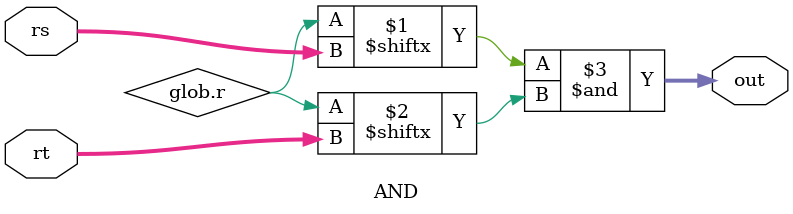
<source format=v>
module AND
(
	input	[4:0]	rs, rt,
	output	[31:0]	out
);

        assign out = glob.r[rs] & glob.r[rt];

endmodule

</source>
